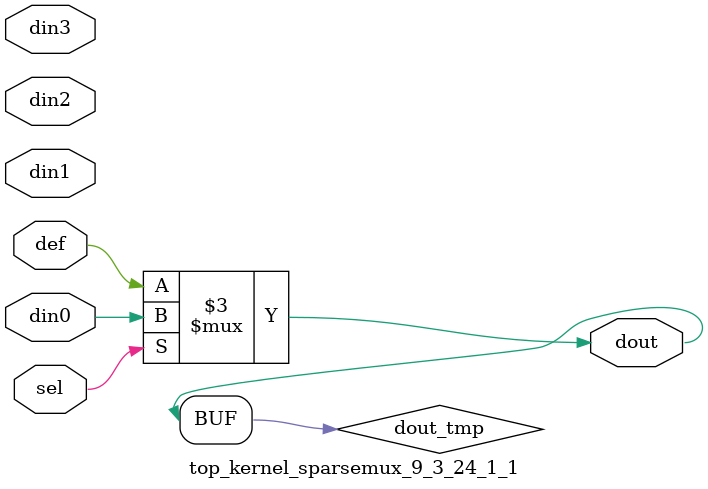
<source format=v>
`timescale 1ns / 1ps

module top_kernel_sparsemux_9_3_24_1_1 (din0,din1,din2,din3,def,sel,dout);

parameter din0_WIDTH = 1;

parameter din1_WIDTH = 1;

parameter din2_WIDTH = 1;

parameter din3_WIDTH = 1;

parameter def_WIDTH = 1;
parameter sel_WIDTH = 1;
parameter dout_WIDTH = 1;

parameter [sel_WIDTH-1:0] CASE0 = 1;

parameter [sel_WIDTH-1:0] CASE1 = 1;

parameter [sel_WIDTH-1:0] CASE2 = 1;

parameter [sel_WIDTH-1:0] CASE3 = 1;

parameter ID = 1;
parameter NUM_STAGE = 1;



input [din0_WIDTH-1:0] din0;

input [din1_WIDTH-1:0] din1;

input [din2_WIDTH-1:0] din2;

input [din3_WIDTH-1:0] din3;

input [def_WIDTH-1:0] def;
input [sel_WIDTH-1:0] sel;

output [dout_WIDTH-1:0] dout;



reg [dout_WIDTH-1:0] dout_tmp;


always @ (*) begin
(* parallel_case *) case (sel)
    
    CASE0 : dout_tmp = din0;
    
    CASE1 : dout_tmp = din1;
    
    CASE2 : dout_tmp = din2;
    
    CASE3 : dout_tmp = din3;
    
    default : dout_tmp = def;
endcase
end


assign dout = dout_tmp;



endmodule

</source>
